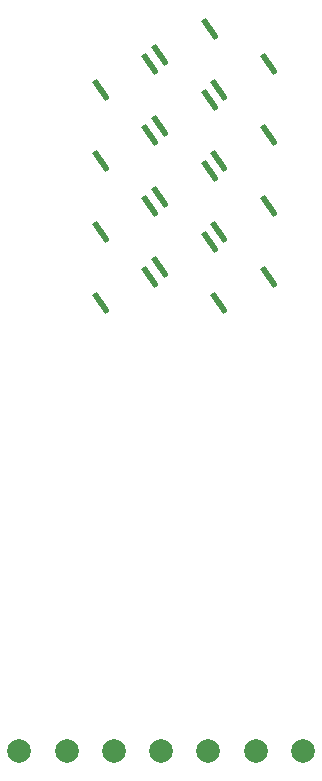
<source format=gbr>
%TF.GenerationSoftware,KiCad,Pcbnew,7.0.1*%
%TF.CreationDate,2024-10-11T19:42:49-04:00*%
%TF.ProjectId,PESTFlex,50455354-466c-4657-982e-6b696361645f,rev?*%
%TF.SameCoordinates,Original*%
%TF.FileFunction,Paste,Top*%
%TF.FilePolarity,Positive*%
%FSLAX46Y46*%
G04 Gerber Fmt 4.6, Leading zero omitted, Abs format (unit mm)*
G04 Created by KiCad (PCBNEW 7.0.1) date 2024-10-11 19:42:49*
%MOMM*%
%LPD*%
G01*
G04 APERTURE LIST*
G04 Aperture macros list*
%AMRoundRect*
0 Rectangle with rounded corners*
0 $1 Rounding radius*
0 $2 $3 $4 $5 $6 $7 $8 $9 X,Y pos of 4 corners*
0 Add a 4 corners polygon primitive as box body*
4,1,4,$2,$3,$4,$5,$6,$7,$8,$9,$2,$3,0*
0 Add four circle primitives for the rounded corners*
1,1,$1+$1,$2,$3*
1,1,$1+$1,$4,$5*
1,1,$1+$1,$6,$7*
1,1,$1+$1,$8,$9*
0 Add four rect primitives between the rounded corners*
20,1,$1+$1,$2,$3,$4,$5,0*
20,1,$1+$1,$4,$5,$6,$7,0*
20,1,$1+$1,$6,$7,$8,$9,0*
20,1,$1+$1,$8,$9,$2,$3,0*%
G04 Aperture macros list end*
%ADD10RoundRect,0.125000X-0.604273X0.645061X0.399485X-0.788455X0.604273X-0.645061X-0.399485X0.788455X0*%
%ADD11C,2.000000*%
G04 APERTURE END LIST*
D10*
%TO.C,L3*%
X37088889Y-27903577D03*
X32911111Y-30096423D03*
%TD*%
%TO.C,L1*%
X37088889Y-21903577D03*
X32911111Y-24096423D03*
%TD*%
%TO.C,L8*%
X47088889Y-33903577D03*
X42911111Y-36096423D03*
%TD*%
%TO.C,L9*%
X37088889Y-39903577D03*
X32911111Y-42096423D03*
%TD*%
%TO.C,L6*%
X37088889Y-33903577D03*
X32911111Y-36096423D03*
%TD*%
%TO.C,L4*%
X42088889Y-24903577D03*
X37911111Y-27096423D03*
%TD*%
%TO.C,L10*%
X42088889Y-36903577D03*
X37911111Y-39096423D03*
%TD*%
%TO.C,L11*%
X47088889Y-39903577D03*
X42911111Y-42096423D03*
%TD*%
%TO.C,L5*%
X47088889Y-27903577D03*
X42911111Y-30096423D03*
%TD*%
%TO.C,L12*%
X42088889Y-18903577D03*
X37911111Y-21096423D03*
%TD*%
%TO.C,L7*%
X42088889Y-30903577D03*
X37911111Y-33096423D03*
%TD*%
D11*
%TO.C,J1*%
X26000000Y-80000000D03*
X30000000Y-80000000D03*
X34000000Y-80000000D03*
X38000000Y-80000000D03*
X42000000Y-80000000D03*
X46000000Y-80000000D03*
X50000000Y-80000000D03*
%TD*%
D10*
%TO.C,L2*%
X47088889Y-21903577D03*
X42911111Y-24096423D03*
%TD*%
M02*

</source>
